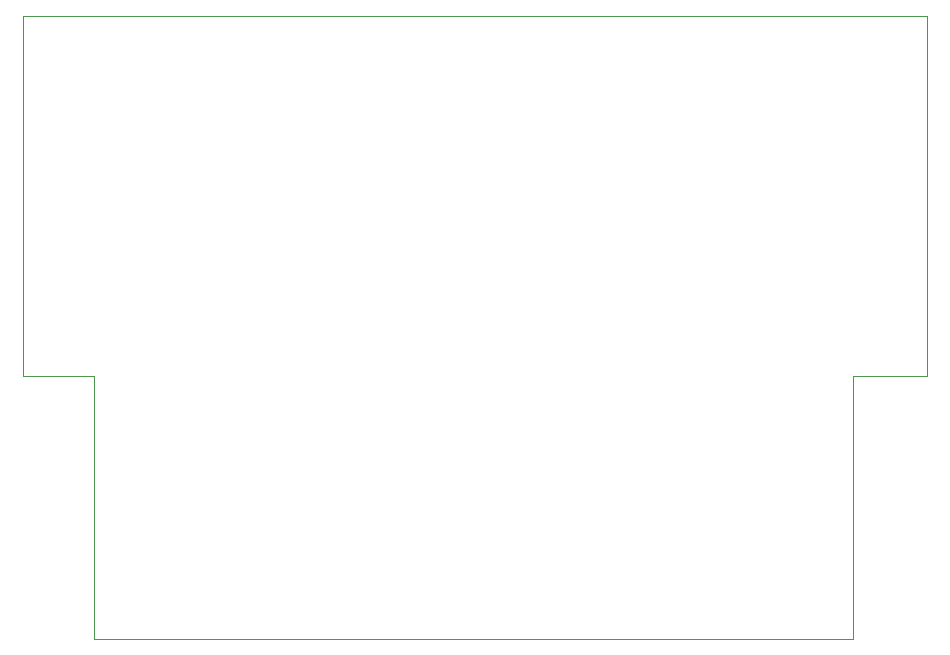
<source format=gbr>
G04 #@! TF.GenerationSoftware,KiCad,Pcbnew,(7.0.0-0)*
G04 #@! TF.CreationDate,2023-03-11T21:02:25+00:00*
G04 #@! TF.ProjectId,EXT700,45585437-3030-42e6-9b69-6361645f7063,rev?*
G04 #@! TF.SameCoordinates,Original*
G04 #@! TF.FileFunction,Legend,Bot*
G04 #@! TF.FilePolarity,Positive*
%FSLAX46Y46*%
G04 Gerber Fmt 4.6, Leading zero omitted, Abs format (unit mm)*
G04 Created by KiCad (PCBNEW (7.0.0-0)) date 2023-03-11 21:02:25*
%MOMM*%
%LPD*%
G01*
G04 APERTURE LIST*
%ADD10C,0.120000*%
G04 APERTURE END LIST*
D10*
X124250000Y-71250000D02*
X200750000Y-71250000D01*
X124250000Y-101750000D02*
X124250000Y-71250000D01*
X130250000Y-101750000D02*
X124250000Y-101750000D01*
X130250000Y-124000000D02*
X130250000Y-101750000D01*
X200750000Y-71250000D02*
X200750000Y-101750000D01*
X200750000Y-101750000D02*
X194500000Y-101750000D01*
X194500000Y-101750000D02*
X194500000Y-124000000D01*
X194500000Y-124000000D02*
X130250000Y-124000000D01*
M02*

</source>
